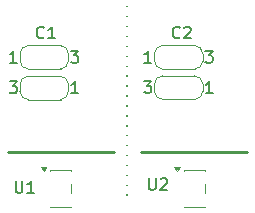
<source format=gbr>
%TF.GenerationSoftware,KiCad,Pcbnew,9.0.6-rc2*%
%TF.CreationDate,2025-11-10T17:57:54-08:00*%
%TF.ProjectId,FPC_Trigger_Board,4650435f-5472-4696-9767-65725f426f61,rev?*%
%TF.SameCoordinates,Original*%
%TF.FileFunction,Legend,Top*%
%TF.FilePolarity,Positive*%
%FSLAX46Y46*%
G04 Gerber Fmt 4.6, Leading zero omitted, Abs format (unit mm)*
G04 Created by KiCad (PCBNEW 9.0.6-rc2) date 2025-11-10 17:57:54*
%MOMM*%
%LPD*%
G01*
G04 APERTURE LIST*
%ADD10C,0.200000*%
%ADD11C,0.250000*%
%ADD12C,0.150000*%
%ADD13C,0.120000*%
G04 APERTURE END LIST*
D10*
X221665800Y-147548600D02*
X221665800Y-147588600D01*
X221665800Y-148388600D02*
X221665800Y-148428600D01*
X221665800Y-149228600D02*
X221665800Y-149268600D01*
X221665800Y-150068600D02*
X221665800Y-150108600D01*
X221665800Y-150908600D02*
X221665800Y-150948600D01*
X221665800Y-151748600D02*
X221665800Y-151788600D01*
X221665800Y-152588600D02*
X221665800Y-152628600D01*
X221665800Y-153428600D02*
X221665800Y-153468600D01*
X221665800Y-154268600D02*
X221665800Y-154308600D01*
X221665800Y-155108600D02*
X221665800Y-155148600D01*
X221665800Y-155948600D02*
X221665800Y-155988600D01*
X221665800Y-156788600D02*
X221665800Y-156828600D01*
X221665800Y-157628600D02*
X221665800Y-157668600D01*
X221665800Y-158468600D02*
X221665800Y-158508600D01*
X221665800Y-159308600D02*
X221665800Y-159348600D01*
X221665800Y-160148600D02*
X221665800Y-160188600D01*
X221665800Y-160988600D02*
X221665800Y-161028600D01*
X221665800Y-161828600D02*
X221665800Y-161868600D01*
X221665800Y-162668600D02*
X221665800Y-162708600D01*
X221665800Y-163508600D02*
X221665800Y-163548600D01*
D11*
X211556600Y-159924737D02*
X220556600Y-159924737D01*
X222866902Y-159924737D02*
X231866902Y-159924737D01*
D12*
X226141133Y-150202780D02*
X226093514Y-150250400D01*
X226093514Y-150250400D02*
X225950657Y-150298019D01*
X225950657Y-150298019D02*
X225855419Y-150298019D01*
X225855419Y-150298019D02*
X225712562Y-150250400D01*
X225712562Y-150250400D02*
X225617324Y-150155161D01*
X225617324Y-150155161D02*
X225569705Y-150059923D01*
X225569705Y-150059923D02*
X225522086Y-149869447D01*
X225522086Y-149869447D02*
X225522086Y-149726590D01*
X225522086Y-149726590D02*
X225569705Y-149536114D01*
X225569705Y-149536114D02*
X225617324Y-149440876D01*
X225617324Y-149440876D02*
X225712562Y-149345638D01*
X225712562Y-149345638D02*
X225855419Y-149298019D01*
X225855419Y-149298019D02*
X225950657Y-149298019D01*
X225950657Y-149298019D02*
X226093514Y-149345638D01*
X226093514Y-149345638D02*
X226141133Y-149393257D01*
X226522086Y-149393257D02*
X226569705Y-149345638D01*
X226569705Y-149345638D02*
X226664943Y-149298019D01*
X226664943Y-149298019D02*
X226903038Y-149298019D01*
X226903038Y-149298019D02*
X226998276Y-149345638D01*
X226998276Y-149345638D02*
X227045895Y-149393257D01*
X227045895Y-149393257D02*
X227093514Y-149488495D01*
X227093514Y-149488495D02*
X227093514Y-149583733D01*
X227093514Y-149583733D02*
X227045895Y-149726590D01*
X227045895Y-149726590D02*
X226474467Y-150298019D01*
X226474467Y-150298019D02*
X227093514Y-150298019D01*
X228301267Y-151346819D02*
X228920314Y-151346819D01*
X228920314Y-151346819D02*
X228586981Y-151727771D01*
X228586981Y-151727771D02*
X228729838Y-151727771D01*
X228729838Y-151727771D02*
X228825076Y-151775390D01*
X228825076Y-151775390D02*
X228872695Y-151823009D01*
X228872695Y-151823009D02*
X228920314Y-151918247D01*
X228920314Y-151918247D02*
X228920314Y-152156342D01*
X228920314Y-152156342D02*
X228872695Y-152251580D01*
X228872695Y-152251580D02*
X228825076Y-152299200D01*
X228825076Y-152299200D02*
X228729838Y-152346819D01*
X228729838Y-152346819D02*
X228444124Y-152346819D01*
X228444124Y-152346819D02*
X228348886Y-152299200D01*
X228348886Y-152299200D02*
X228301267Y-152251580D01*
X223720314Y-152346819D02*
X223148886Y-152346819D01*
X223434600Y-152346819D02*
X223434600Y-151346819D01*
X223434600Y-151346819D02*
X223339362Y-151489676D01*
X223339362Y-151489676D02*
X223244124Y-151584914D01*
X223244124Y-151584914D02*
X223148886Y-151632533D01*
X217541115Y-154937619D02*
X216969687Y-154937619D01*
X217255401Y-154937619D02*
X217255401Y-153937619D01*
X217255401Y-153937619D02*
X217160163Y-154080476D01*
X217160163Y-154080476D02*
X217064925Y-154175714D01*
X217064925Y-154175714D02*
X216969687Y-154223333D01*
X211722066Y-153937619D02*
X212341113Y-153937619D01*
X212341113Y-153937619D02*
X212007780Y-154318571D01*
X212007780Y-154318571D02*
X212150637Y-154318571D01*
X212150637Y-154318571D02*
X212245875Y-154366190D01*
X212245875Y-154366190D02*
X212293494Y-154413809D01*
X212293494Y-154413809D02*
X212341113Y-154509047D01*
X212341113Y-154509047D02*
X212341113Y-154747142D01*
X212341113Y-154747142D02*
X212293494Y-154842380D01*
X212293494Y-154842380D02*
X212245875Y-154890000D01*
X212245875Y-154890000D02*
X212150637Y-154937619D01*
X212150637Y-154937619D02*
X211864923Y-154937619D01*
X211864923Y-154937619D02*
X211769685Y-154890000D01*
X211769685Y-154890000D02*
X211722066Y-154842380D01*
X214641133Y-150202780D02*
X214593514Y-150250400D01*
X214593514Y-150250400D02*
X214450657Y-150298019D01*
X214450657Y-150298019D02*
X214355419Y-150298019D01*
X214355419Y-150298019D02*
X214212562Y-150250400D01*
X214212562Y-150250400D02*
X214117324Y-150155161D01*
X214117324Y-150155161D02*
X214069705Y-150059923D01*
X214069705Y-150059923D02*
X214022086Y-149869447D01*
X214022086Y-149869447D02*
X214022086Y-149726590D01*
X214022086Y-149726590D02*
X214069705Y-149536114D01*
X214069705Y-149536114D02*
X214117324Y-149440876D01*
X214117324Y-149440876D02*
X214212562Y-149345638D01*
X214212562Y-149345638D02*
X214355419Y-149298019D01*
X214355419Y-149298019D02*
X214450657Y-149298019D01*
X214450657Y-149298019D02*
X214593514Y-149345638D01*
X214593514Y-149345638D02*
X214641133Y-149393257D01*
X215593514Y-150298019D02*
X215022086Y-150298019D01*
X215307800Y-150298019D02*
X215307800Y-149298019D01*
X215307800Y-149298019D02*
X215212562Y-149440876D01*
X215212562Y-149440876D02*
X215117324Y-149536114D01*
X215117324Y-149536114D02*
X215022086Y-149583733D01*
X223520095Y-162116419D02*
X223520095Y-162925942D01*
X223520095Y-162925942D02*
X223567714Y-163021180D01*
X223567714Y-163021180D02*
X223615333Y-163068800D01*
X223615333Y-163068800D02*
X223710571Y-163116419D01*
X223710571Y-163116419D02*
X223901047Y-163116419D01*
X223901047Y-163116419D02*
X223996285Y-163068800D01*
X223996285Y-163068800D02*
X224043904Y-163021180D01*
X224043904Y-163021180D02*
X224091523Y-162925942D01*
X224091523Y-162925942D02*
X224091523Y-162116419D01*
X224520095Y-162211657D02*
X224567714Y-162164038D01*
X224567714Y-162164038D02*
X224662952Y-162116419D01*
X224662952Y-162116419D02*
X224901047Y-162116419D01*
X224901047Y-162116419D02*
X224996285Y-162164038D01*
X224996285Y-162164038D02*
X225043904Y-162211657D01*
X225043904Y-162211657D02*
X225091523Y-162306895D01*
X225091523Y-162306895D02*
X225091523Y-162402133D01*
X225091523Y-162402133D02*
X225043904Y-162544990D01*
X225043904Y-162544990D02*
X224472476Y-163116419D01*
X224472476Y-163116419D02*
X225091523Y-163116419D01*
X212242495Y-162370419D02*
X212242495Y-163179942D01*
X212242495Y-163179942D02*
X212290114Y-163275180D01*
X212290114Y-163275180D02*
X212337733Y-163322800D01*
X212337733Y-163322800D02*
X212432971Y-163370419D01*
X212432971Y-163370419D02*
X212623447Y-163370419D01*
X212623447Y-163370419D02*
X212718685Y-163322800D01*
X212718685Y-163322800D02*
X212766304Y-163275180D01*
X212766304Y-163275180D02*
X212813923Y-163179942D01*
X212813923Y-163179942D02*
X212813923Y-162370419D01*
X213813923Y-163370419D02*
X213242495Y-163370419D01*
X213528209Y-163370419D02*
X213528209Y-162370419D01*
X213528209Y-162370419D02*
X213432971Y-162513276D01*
X213432971Y-162513276D02*
X213337733Y-162608514D01*
X213337733Y-162608514D02*
X213242495Y-162656133D01*
X212341114Y-152346819D02*
X211769686Y-152346819D01*
X212055400Y-152346819D02*
X212055400Y-151346819D01*
X212055400Y-151346819D02*
X211960162Y-151489676D01*
X211960162Y-151489676D02*
X211864924Y-151584914D01*
X211864924Y-151584914D02*
X211769686Y-151632533D01*
X216922067Y-151346819D02*
X217541114Y-151346819D01*
X217541114Y-151346819D02*
X217207781Y-151727771D01*
X217207781Y-151727771D02*
X217350638Y-151727771D01*
X217350638Y-151727771D02*
X217445876Y-151775390D01*
X217445876Y-151775390D02*
X217493495Y-151823009D01*
X217493495Y-151823009D02*
X217541114Y-151918247D01*
X217541114Y-151918247D02*
X217541114Y-152156342D01*
X217541114Y-152156342D02*
X217493495Y-152251580D01*
X217493495Y-152251580D02*
X217445876Y-152299200D01*
X217445876Y-152299200D02*
X217350638Y-152346819D01*
X217350638Y-152346819D02*
X217064924Y-152346819D01*
X217064924Y-152346819D02*
X216969686Y-152299200D01*
X216969686Y-152299200D02*
X216922067Y-152251580D01*
X223105866Y-153912219D02*
X223724913Y-153912219D01*
X223724913Y-153912219D02*
X223391580Y-154293171D01*
X223391580Y-154293171D02*
X223534437Y-154293171D01*
X223534437Y-154293171D02*
X223629675Y-154340790D01*
X223629675Y-154340790D02*
X223677294Y-154388409D01*
X223677294Y-154388409D02*
X223724913Y-154483647D01*
X223724913Y-154483647D02*
X223724913Y-154721742D01*
X223724913Y-154721742D02*
X223677294Y-154816980D01*
X223677294Y-154816980D02*
X223629675Y-154864600D01*
X223629675Y-154864600D02*
X223534437Y-154912219D01*
X223534437Y-154912219D02*
X223248723Y-154912219D01*
X223248723Y-154912219D02*
X223153485Y-154864600D01*
X223153485Y-154864600D02*
X223105866Y-154816980D01*
X228924915Y-154912219D02*
X228353487Y-154912219D01*
X228639201Y-154912219D02*
X228639201Y-153912219D01*
X228639201Y-153912219D02*
X228543963Y-154055076D01*
X228543963Y-154055076D02*
X228448725Y-154150314D01*
X228448725Y-154150314D02*
X228353487Y-154197933D01*
D13*
%TO.C,JP3*%
X223984600Y-152192000D02*
X223984600Y-151592000D01*
X224634600Y-150892000D02*
X227434600Y-150892000D01*
X227434600Y-152892000D02*
X224634600Y-152892000D01*
X228084600Y-151592000D02*
X228084600Y-152192000D01*
X223984600Y-151592000D02*
G75*
G02*
X224684600Y-150892000I699999J1D01*
G01*
X224684600Y-152892000D02*
G75*
G02*
X223984600Y-152192000I-1J699999D01*
G01*
X227384600Y-150892000D02*
G75*
G02*
X228084600Y-151592000I0J-700000D01*
G01*
X228084600Y-152192000D02*
G75*
G02*
X227384600Y-152892000I-700000J0D01*
G01*
%TO.C,JP2*%
X212605400Y-154782800D02*
X212605400Y-154182800D01*
X213255400Y-153482800D02*
X216055400Y-153482800D01*
X216055400Y-155482800D02*
X213255400Y-155482800D01*
X216705400Y-154182800D02*
X216705400Y-154782800D01*
X212605400Y-154182800D02*
G75*
G02*
X213305400Y-153482800I700000J0D01*
G01*
X213305400Y-155482800D02*
G75*
G02*
X212605400Y-154782800I0J700000D01*
G01*
X216005400Y-153482800D02*
G75*
G02*
X216705400Y-154182800I1J-699999D01*
G01*
X216705400Y-154782800D02*
G75*
G02*
X216005400Y-155482800I-699999J-1D01*
G01*
%TO.C,U2*%
X226456902Y-161464737D02*
X228276902Y-161464737D01*
X226456902Y-161514737D02*
X226456902Y-161464737D01*
X226456902Y-164584737D02*
X226456902Y-164534737D01*
X228276902Y-161464737D02*
X228276902Y-161514737D01*
X228276902Y-162634737D02*
X228276902Y-163414737D01*
X228276902Y-164534737D02*
X228276902Y-164584737D01*
X228276902Y-164584737D02*
X226456902Y-164584737D01*
X225916902Y-161514737D02*
X225676902Y-161184737D01*
X226156902Y-161184737D01*
X225916902Y-161514737D01*
G36*
X225916902Y-161514737D02*
G01*
X225676902Y-161184737D01*
X226156902Y-161184737D01*
X225916902Y-161514737D01*
G37*
%TO.C,U1*%
X215146600Y-161464737D02*
X216966600Y-161464737D01*
X215146600Y-161514737D02*
X215146600Y-161464737D01*
X215146600Y-164584737D02*
X215146600Y-164534737D01*
X216966600Y-161464737D02*
X216966600Y-161514737D01*
X216966600Y-162634737D02*
X216966600Y-163414737D01*
X216966600Y-164534737D02*
X216966600Y-164584737D01*
X216966600Y-164584737D02*
X215146600Y-164584737D01*
X214606600Y-161514737D02*
X214366600Y-161184737D01*
X214846600Y-161184737D01*
X214606600Y-161514737D01*
G36*
X214606600Y-161514737D02*
G01*
X214366600Y-161184737D01*
X214846600Y-161184737D01*
X214606600Y-161514737D01*
G37*
%TO.C,JP1*%
X212605400Y-152192000D02*
X212605400Y-151592000D01*
X213255400Y-150892000D02*
X216055400Y-150892000D01*
X216055400Y-152892000D02*
X213255400Y-152892000D01*
X216705400Y-151592000D02*
X216705400Y-152192000D01*
X212605400Y-151592000D02*
G75*
G02*
X213305400Y-150892000I699999J1D01*
G01*
X213305400Y-152892000D02*
G75*
G02*
X212605400Y-152192000I-1J699999D01*
G01*
X216005400Y-150892000D02*
G75*
G02*
X216705400Y-151592000I0J-700000D01*
G01*
X216705400Y-152192000D02*
G75*
G02*
X216005400Y-152892000I-700000J0D01*
G01*
%TO.C,JP4*%
X223989200Y-154757400D02*
X223989200Y-154157400D01*
X224639200Y-153457400D02*
X227439200Y-153457400D01*
X227439200Y-155457400D02*
X224639200Y-155457400D01*
X228089200Y-154157400D02*
X228089200Y-154757400D01*
X223989200Y-154157400D02*
G75*
G02*
X224689200Y-153457400I700000J0D01*
G01*
X224689200Y-155457400D02*
G75*
G02*
X223989200Y-154757400I0J700000D01*
G01*
X227389200Y-153457400D02*
G75*
G02*
X228089200Y-154157400I1J-699999D01*
G01*
X228089200Y-154757400D02*
G75*
G02*
X227389200Y-155457400I-699999J-1D01*
G01*
%TD*%
M02*

</source>
